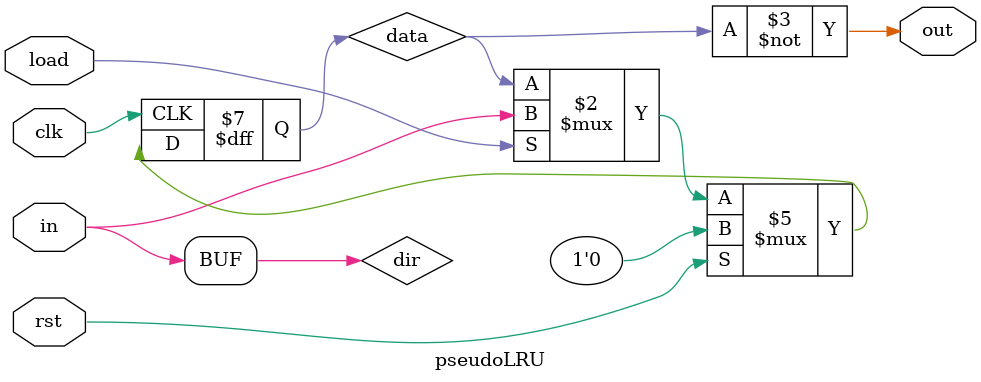
<source format=sv>
module pseudoLRU #(parameter level = 1)
(
    input logic clk,
    input logic rst,
    input logic load,
    input logic [level-1:0] in,
    output logic [level-1:0] out
);

logic data;
logic dir;
assign dir = in[level-1];
logic [level-2:0] _out [2];

always_ff @(posedge clk) begin
    if(rst) data <= 1'b0;
    else    data <= load ? dir:data;
end

genvar i;
generate
    if (level > 1) begin
        for (i = 0 ; i < 2 ; i++) begin
            pseudoLRU #(level-1) child (.*, .load(({31'b0, dir} == i) & load ? 1'b1:1'b0), .in(in[level-2:0]), .out(_out[i]));
        end
        assign out = {~data, _out[~data]};
    end
    else begin
        assign out = ~data;
    end
endgenerate

endmodule

</source>
